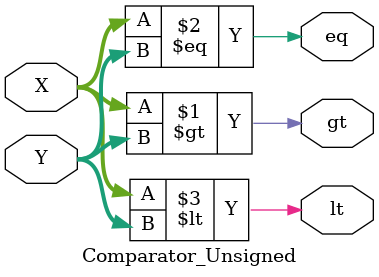
<source format=v>
module Comparator_Unsigned (
    input [31:0] X,
    input [31:0] Y,
    output gt,
    output eq,
    output lt
);

    assign gt = X > Y;
    assign eq = X == Y;
    assign lt = X < Y;

endmodule

</source>
